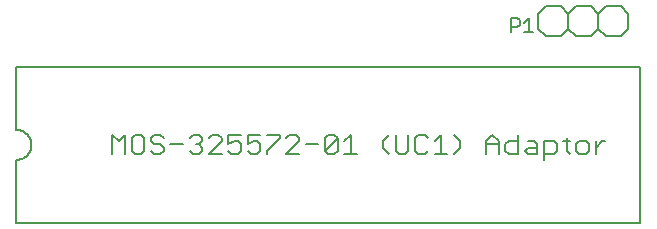
<source format=gto>
G75*
%MOIN*%
%OFA0B0*%
%FSLAX25Y25*%
%IPPOS*%
%LPD*%
%AMOC8*
5,1,8,0,0,1.08239X$1,22.5*
%
%ADD10C,0.00500*%
%ADD11C,0.00700*%
%ADD12C,0.00600*%
D10*
X0001800Y0013950D02*
X0209800Y0013950D01*
X0209800Y0065950D01*
X0001800Y0065950D01*
X0001800Y0044950D01*
X0001940Y0044948D01*
X0002080Y0044942D01*
X0002220Y0044932D01*
X0002360Y0044919D01*
X0002499Y0044901D01*
X0002638Y0044879D01*
X0002775Y0044854D01*
X0002913Y0044825D01*
X0003049Y0044792D01*
X0003184Y0044755D01*
X0003318Y0044714D01*
X0003451Y0044669D01*
X0003583Y0044621D01*
X0003713Y0044569D01*
X0003842Y0044514D01*
X0003969Y0044455D01*
X0004095Y0044392D01*
X0004219Y0044326D01*
X0004340Y0044257D01*
X0004460Y0044184D01*
X0004578Y0044107D01*
X0004693Y0044028D01*
X0004807Y0043945D01*
X0004917Y0043859D01*
X0005026Y0043770D01*
X0005132Y0043678D01*
X0005235Y0043583D01*
X0005336Y0043486D01*
X0005433Y0043385D01*
X0005528Y0043282D01*
X0005620Y0043176D01*
X0005709Y0043067D01*
X0005795Y0042957D01*
X0005878Y0042843D01*
X0005957Y0042728D01*
X0006034Y0042610D01*
X0006107Y0042490D01*
X0006176Y0042369D01*
X0006242Y0042245D01*
X0006305Y0042119D01*
X0006364Y0041992D01*
X0006419Y0041863D01*
X0006471Y0041733D01*
X0006519Y0041601D01*
X0006564Y0041468D01*
X0006605Y0041334D01*
X0006642Y0041199D01*
X0006675Y0041063D01*
X0006704Y0040925D01*
X0006729Y0040788D01*
X0006751Y0040649D01*
X0006769Y0040510D01*
X0006782Y0040370D01*
X0006792Y0040230D01*
X0006798Y0040090D01*
X0006800Y0039950D01*
X0006798Y0039810D01*
X0006792Y0039670D01*
X0006782Y0039530D01*
X0006769Y0039390D01*
X0006751Y0039251D01*
X0006729Y0039112D01*
X0006704Y0038975D01*
X0006675Y0038837D01*
X0006642Y0038701D01*
X0006605Y0038566D01*
X0006564Y0038432D01*
X0006519Y0038299D01*
X0006471Y0038167D01*
X0006419Y0038037D01*
X0006364Y0037908D01*
X0006305Y0037781D01*
X0006242Y0037655D01*
X0006176Y0037531D01*
X0006107Y0037410D01*
X0006034Y0037290D01*
X0005957Y0037172D01*
X0005878Y0037057D01*
X0005795Y0036943D01*
X0005709Y0036833D01*
X0005620Y0036724D01*
X0005528Y0036618D01*
X0005433Y0036515D01*
X0005336Y0036414D01*
X0005235Y0036317D01*
X0005132Y0036222D01*
X0005026Y0036130D01*
X0004917Y0036041D01*
X0004807Y0035955D01*
X0004693Y0035872D01*
X0004578Y0035793D01*
X0004460Y0035716D01*
X0004340Y0035643D01*
X0004219Y0035574D01*
X0004095Y0035508D01*
X0003969Y0035445D01*
X0003842Y0035386D01*
X0003713Y0035331D01*
X0003583Y0035279D01*
X0003451Y0035231D01*
X0003318Y0035186D01*
X0003184Y0035145D01*
X0003049Y0035108D01*
X0002913Y0035075D01*
X0002775Y0035046D01*
X0002638Y0035021D01*
X0002499Y0034999D01*
X0002360Y0034981D01*
X0002220Y0034968D01*
X0002080Y0034958D01*
X0001940Y0034952D01*
X0001800Y0034950D01*
X0001800Y0013950D01*
X0166542Y0077650D02*
X0166542Y0082154D01*
X0168794Y0082154D01*
X0169545Y0081403D01*
X0169545Y0079902D01*
X0168794Y0079151D01*
X0166542Y0079151D01*
X0171146Y0077650D02*
X0174149Y0077650D01*
X0172647Y0077650D02*
X0172647Y0082154D01*
X0171146Y0080653D01*
D11*
X0169012Y0043205D02*
X0169012Y0036900D01*
X0165859Y0036900D01*
X0164808Y0037951D01*
X0164808Y0040053D01*
X0165859Y0041104D01*
X0169012Y0041104D01*
X0172305Y0041104D02*
X0174407Y0041104D01*
X0175458Y0040053D01*
X0175458Y0036900D01*
X0172305Y0036900D01*
X0171254Y0037951D01*
X0172305Y0039002D01*
X0175458Y0039002D01*
X0177699Y0036900D02*
X0180852Y0036900D01*
X0181903Y0037951D01*
X0181903Y0040053D01*
X0180852Y0041104D01*
X0177699Y0041104D01*
X0177699Y0034798D01*
X0185196Y0037951D02*
X0186247Y0036900D01*
X0185196Y0037951D02*
X0185196Y0042154D01*
X0184145Y0041104D02*
X0186247Y0041104D01*
X0188442Y0040053D02*
X0188442Y0037951D01*
X0189493Y0036900D01*
X0191595Y0036900D01*
X0192646Y0037951D01*
X0192646Y0040053D01*
X0191595Y0041104D01*
X0189493Y0041104D01*
X0188442Y0040053D01*
X0194887Y0041104D02*
X0194887Y0036900D01*
X0194887Y0039002D02*
X0196989Y0041104D01*
X0198040Y0041104D01*
X0162567Y0041104D02*
X0162567Y0036900D01*
X0158363Y0036900D02*
X0158363Y0041104D01*
X0160465Y0043205D01*
X0162567Y0041104D01*
X0162567Y0040053D02*
X0158363Y0040053D01*
X0149722Y0039002D02*
X0149722Y0041104D01*
X0147620Y0043205D01*
X0143277Y0043205D02*
X0143277Y0036900D01*
X0141175Y0036900D02*
X0145379Y0036900D01*
X0147620Y0036900D02*
X0149722Y0039002D01*
X0143277Y0043205D02*
X0141175Y0041104D01*
X0138933Y0042154D02*
X0137882Y0043205D01*
X0135780Y0043205D01*
X0134729Y0042154D01*
X0134729Y0037951D01*
X0135780Y0036900D01*
X0137882Y0036900D01*
X0138933Y0037951D01*
X0132488Y0037951D02*
X0132488Y0043205D01*
X0128284Y0043205D02*
X0128284Y0037951D01*
X0129335Y0036900D01*
X0131437Y0036900D01*
X0132488Y0037951D01*
X0126089Y0036900D02*
X0123987Y0039002D01*
X0123987Y0041104D01*
X0126089Y0043205D01*
X0113198Y0043205D02*
X0113198Y0036900D01*
X0111096Y0036900D02*
X0115300Y0036900D01*
X0108854Y0037951D02*
X0107803Y0036900D01*
X0105701Y0036900D01*
X0104650Y0037951D01*
X0108854Y0042154D01*
X0108854Y0037951D01*
X0104650Y0037951D02*
X0104650Y0042154D01*
X0105701Y0043205D01*
X0107803Y0043205D01*
X0108854Y0042154D01*
X0111096Y0041104D02*
X0113198Y0043205D01*
X0102409Y0040053D02*
X0098205Y0040053D01*
X0095963Y0041104D02*
X0095963Y0042154D01*
X0094912Y0043205D01*
X0092810Y0043205D01*
X0091759Y0042154D01*
X0089518Y0042154D02*
X0089518Y0043205D01*
X0085314Y0043205D01*
X0083072Y0043205D02*
X0078868Y0043205D01*
X0078868Y0040053D01*
X0080970Y0041104D01*
X0082021Y0041104D01*
X0083072Y0040053D01*
X0083072Y0037951D01*
X0082021Y0036900D01*
X0079919Y0036900D01*
X0078868Y0037951D01*
X0076627Y0037951D02*
X0075576Y0036900D01*
X0073474Y0036900D01*
X0072423Y0037951D01*
X0070181Y0036900D02*
X0065977Y0036900D01*
X0070181Y0041104D01*
X0070181Y0042154D01*
X0069130Y0043205D01*
X0067028Y0043205D01*
X0065977Y0042154D01*
X0063736Y0042154D02*
X0063736Y0041104D01*
X0062685Y0040053D01*
X0063736Y0039002D01*
X0063736Y0037951D01*
X0062685Y0036900D01*
X0060583Y0036900D01*
X0059532Y0037951D01*
X0061634Y0040053D02*
X0062685Y0040053D01*
X0063736Y0042154D02*
X0062685Y0043205D01*
X0060583Y0043205D01*
X0059532Y0042154D01*
X0057290Y0040053D02*
X0053086Y0040053D01*
X0050845Y0039002D02*
X0050845Y0037951D01*
X0049794Y0036900D01*
X0047692Y0036900D01*
X0046641Y0037951D01*
X0049794Y0040053D02*
X0050845Y0039002D01*
X0049794Y0040053D02*
X0047692Y0040053D01*
X0046641Y0041104D01*
X0046641Y0042154D01*
X0047692Y0043205D01*
X0049794Y0043205D01*
X0050845Y0042154D01*
X0044399Y0042154D02*
X0043348Y0043205D01*
X0041246Y0043205D01*
X0040195Y0042154D01*
X0040195Y0037951D01*
X0041246Y0036900D01*
X0043348Y0036900D01*
X0044399Y0037951D01*
X0044399Y0042154D01*
X0037954Y0043205D02*
X0037954Y0036900D01*
X0033750Y0036900D02*
X0033750Y0043205D01*
X0035852Y0041104D01*
X0037954Y0043205D01*
X0072423Y0043205D02*
X0072423Y0040053D01*
X0074525Y0041104D01*
X0075576Y0041104D01*
X0076627Y0040053D01*
X0076627Y0037951D01*
X0085314Y0037951D02*
X0085314Y0036900D01*
X0085314Y0037951D02*
X0089518Y0042154D01*
X0091759Y0036900D02*
X0095963Y0041104D01*
X0095963Y0036900D02*
X0091759Y0036900D01*
X0076627Y0043205D02*
X0072423Y0043205D01*
D12*
X0175800Y0078700D02*
X0175800Y0083700D01*
X0178300Y0086200D01*
X0183300Y0086200D01*
X0185800Y0083700D01*
X0188300Y0086200D01*
X0193300Y0086200D01*
X0195800Y0083700D01*
X0198300Y0086200D01*
X0203300Y0086200D01*
X0205800Y0083700D01*
X0205800Y0078700D01*
X0203300Y0076200D01*
X0198300Y0076200D01*
X0195800Y0078700D01*
X0193300Y0076200D01*
X0188300Y0076200D01*
X0185800Y0078700D01*
X0183300Y0076200D01*
X0178300Y0076200D01*
X0175800Y0078700D01*
X0185800Y0078700D02*
X0185800Y0083700D01*
X0195800Y0083700D02*
X0195800Y0078700D01*
M02*

</source>
